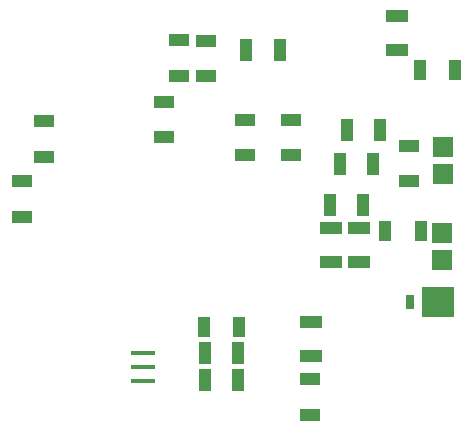
<source format=gbp>
G04*
G04 #@! TF.GenerationSoftware,Altium Limited,Altium Designer,18.1.9 (240)*
G04*
G04 Layer_Color=128*
%FSLAX25Y25*%
%MOIN*%
G70*
G01*
G75*
%ADD15R,0.03000X0.05000*%
%ADD16R,0.10512X0.10000*%
%ADD18R,0.06890X0.06693*%
%ADD32R,0.07362X0.04055*%
%ADD34R,0.07087X0.04134*%
%ADD35R,0.04055X0.07362*%
%ADD48R,0.04134X0.07087*%
%ADD49R,0.07874X0.01575*%
D15*
X50644Y-25300D02*
D03*
D16*
X59900D02*
D03*
D18*
X61437Y-2264D02*
D03*
Y-11319D02*
D03*
X61614Y26589D02*
D03*
Y17534D02*
D03*
D32*
X17717Y-32008D02*
D03*
Y-43189D02*
D03*
X46457Y70157D02*
D03*
Y58976D02*
D03*
X33563Y-512D02*
D03*
Y-11693D02*
D03*
X24400Y-509D02*
D03*
Y-11691D02*
D03*
D34*
X10827Y35626D02*
D03*
Y23815D02*
D03*
X-4476Y35626D02*
D03*
Y23815D02*
D03*
X17224Y-62697D02*
D03*
Y-50886D02*
D03*
X-26280Y62106D02*
D03*
Y50295D02*
D03*
X-78740Y3248D02*
D03*
Y15059D02*
D03*
X-17323Y50098D02*
D03*
Y61910D02*
D03*
X-31299Y41535D02*
D03*
Y29724D02*
D03*
X50341Y26903D02*
D03*
Y15092D02*
D03*
X-71468Y23230D02*
D03*
Y35041D02*
D03*
D35*
X-17819Y-42323D02*
D03*
X-6638D02*
D03*
X-17819Y-51181D02*
D03*
X-6638D02*
D03*
X40753Y32283D02*
D03*
X29572D02*
D03*
X38391Y20768D02*
D03*
X27209D02*
D03*
X23910Y7100D02*
D03*
X35091D02*
D03*
X-4016Y58661D02*
D03*
X7165D02*
D03*
D48*
X-18134Y-33465D02*
D03*
X-6323D02*
D03*
X53839Y51988D02*
D03*
X65650D02*
D03*
X54213Y-1379D02*
D03*
X42402D02*
D03*
D49*
X-38500Y-51624D02*
D03*
Y-46900D02*
D03*
Y-42176D02*
D03*
M02*

</source>
